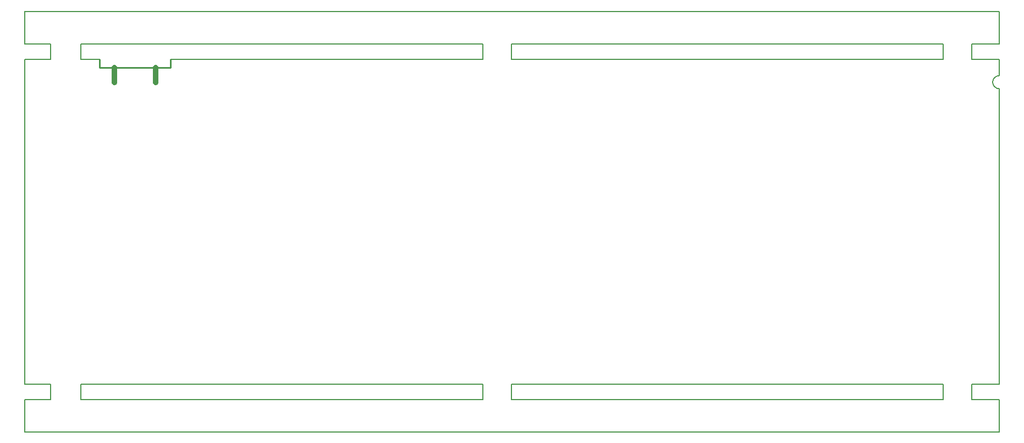
<source format=gm1>
G04*
G04 #@! TF.GenerationSoftware,Altium Limited,Altium Designer,20.1.11 (218)*
G04*
G04 Layer_Color=16711935*
%FSAX42Y42*%
%MOMM*%
G71*
G04*
G04 #@! TF.SameCoordinates,4941CF80-5AA8-4B1C-8C8C-5D56B16E4054*
G04*
G04*
G04 #@! TF.FilePolarity,Positive*
G04*
G01*
G75*
%ADD14C,0.25*%
%ADD15C,0.15*%
%ADD82C,0.80*%
%ADD137C,0.81*%
D14*
X019745Y006959D02*
X020837D01*
X019745D02*
Y007086D01*
X020837Y006959D02*
Y007086D01*
D15*
X033597Y006834D02*
G03*
X033596Y006634I-000003J-000100D01*
G01*
X033595Y006836D02*
Y007086D01*
Y004728D02*
X033596Y006634D01*
X033595Y007326D02*
Y007826D01*
X018595Y002086D02*
Y003661D01*
X020126Y002086D02*
X021072D01*
X033595D02*
Y004726D01*
X020837Y007086D02*
X024255D01*
X019745Y006959D02*
Y007086D01*
Y006959D02*
X020837D01*
Y007086D01*
X018595Y004746D02*
Y007086D01*
Y003661D02*
Y004746D01*
Y007331D02*
Y007831D01*
Y007826D02*
X033595D01*
X018595Y001346D02*
Y001846D01*
X033595Y001346D02*
Y001846D01*
X018595Y001346D02*
X033595D01*
X018995Y002006D02*
Y002086D01*
X019455Y002006D02*
Y002086D01*
X033435D02*
X033595D01*
X021072D02*
X022295D01*
X019701D02*
X020126D01*
X022295D02*
X025453D01*
X018595D02*
X018995D01*
X033195Y001846D02*
X033595D01*
X018595D02*
X018995D01*
X020126D02*
X025453D01*
X025645Y002006D02*
Y002086D01*
X026085Y002006D02*
Y002086D01*
X033175Y002006D02*
Y002086D01*
X032735Y002006D02*
Y002086D01*
X033195D02*
X033435D01*
X032565D02*
X032735D01*
X026555Y001846D02*
X032565D01*
X019455Y007086D02*
Y007166D01*
X018995Y007086D02*
Y007166D01*
X025645Y007086D02*
Y007166D01*
X026085Y007086D02*
Y007166D01*
X026737Y007326D02*
X032064D01*
X033195D02*
X033595D01*
X032064D02*
X032735D01*
X018595D02*
X018995D01*
X032735Y007086D02*
Y007166D01*
X033175Y007086D02*
Y007166D01*
X018595Y007086D02*
X018883D01*
X018995D01*
X019745Y007087D02*
X019745Y007086D01*
X033195Y007086D02*
X033435D01*
X033595D01*
X024255D02*
X025645D01*
X018995Y007166D02*
Y007326D01*
X019455Y007166D02*
Y007326D01*
X025645Y007166D02*
Y007326D01*
X026085Y007166D02*
Y007326D01*
X032735Y007166D02*
Y007326D01*
X033175Y007166D02*
Y007326D01*
X018995Y001846D02*
Y002006D01*
X019455Y001846D02*
Y002006D01*
X025645Y001846D02*
Y002006D01*
X026085Y001846D02*
Y002006D01*
X032735Y001846D02*
Y002006D01*
X033175Y001846D02*
Y002006D01*
X019455Y007326D02*
X025645D01*
X019455Y007087D02*
X019745D01*
X026088Y007085D02*
X032734D01*
X026085Y007326D02*
X026737D01*
X019455Y002086D02*
X019701D01*
X019455Y001846D02*
X020126D01*
X026555Y002086D02*
X032565D01*
Y001846D02*
X032735D01*
X026737Y007326D02*
X026737Y007326D01*
X032734Y007085D02*
X032735Y007086D01*
X033175Y007326D02*
X033195D01*
X033175Y007086D02*
X033195D01*
X025453Y002086D02*
X025645D01*
X025453Y001846D02*
X025645D01*
X026085Y002086D02*
X026555D01*
X026085Y001846D02*
X026555D01*
X033175Y002086D02*
X033195D01*
X033175Y001846D02*
X033195D01*
D82*
X019974Y006731D02*
Y006959D01*
X020609Y006731D02*
Y006959D01*
D137*
X019974Y006731D02*
Y006959D01*
X020609Y006731D02*
Y006959D01*
M02*

</source>
